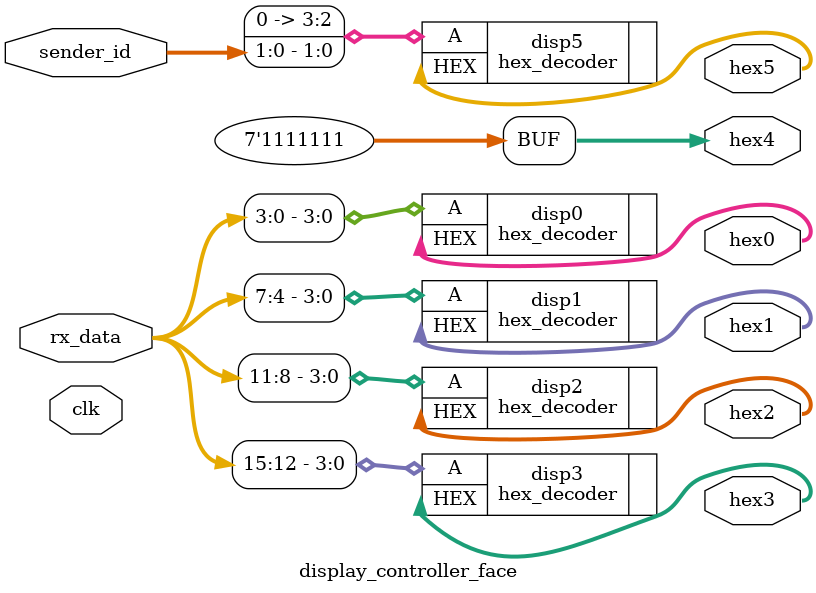
<source format=v>
module display_controller_face (clk, rx_data, sender_id, hex0, hex1, hex2, hex3, hex4, hex5);

    input wire clk;             // System Clock
    input wire [31:0] rx_data;  // 32-bit Data from Main Controller
    input wire [1:0] sender_id; // 2-bit Sender ID

    // 7-Segment Outputs (Active Low, 7 bits each)
    output wire [0:6] hex0;     // Display Data LSB [3:0]
    output wire [0:6] hex1;     // Display Data [7:4]
    output wire [0:6] hex2;     // Display Data [11:8]
    output wire [0:6] hex3;     // Display Data [15:12]
    output wire [0:6] hex4;     // Separator (Blank)
    output wire [0:6] hex5;     // Display Sender ID

    // -----------------------------------------------------------------
    // 7-Segment Decoding Logic
    // -----------------------------------------------------------------
    
    // 1. Data Display: Show lower 16 bits of rx_data on HEX0 ~ HEX3
    // Even if input is 8-bit, the accumulated value can be larger.
    hex_decoder disp0 (.A(rx_data[3:0]),   .HEX(hex0));
    hex_decoder disp1 (.A(rx_data[7:4]),   .HEX(hex1));
    hex_decoder disp2 (.A(rx_data[11:8]),  .HEX(hex2));
    hex_decoder disp3 (.A(rx_data[15:12]), .HEX(hex3));

    // 2. Blank Display (HEX4) - Turn off all segments for visual separation
    // 7'b1111111 means all segments OFF (Active Low)
    assign hex4 = 7'b1111111; 

    // 3. Sender ID Display (HEX5)
    // Pad 2-bit ID with 0s to match 4-bit input of the decoder
    hex_decoder disp5 (.A({2'b00, sender_id}), .HEX(hex5));

endmodule


</source>
